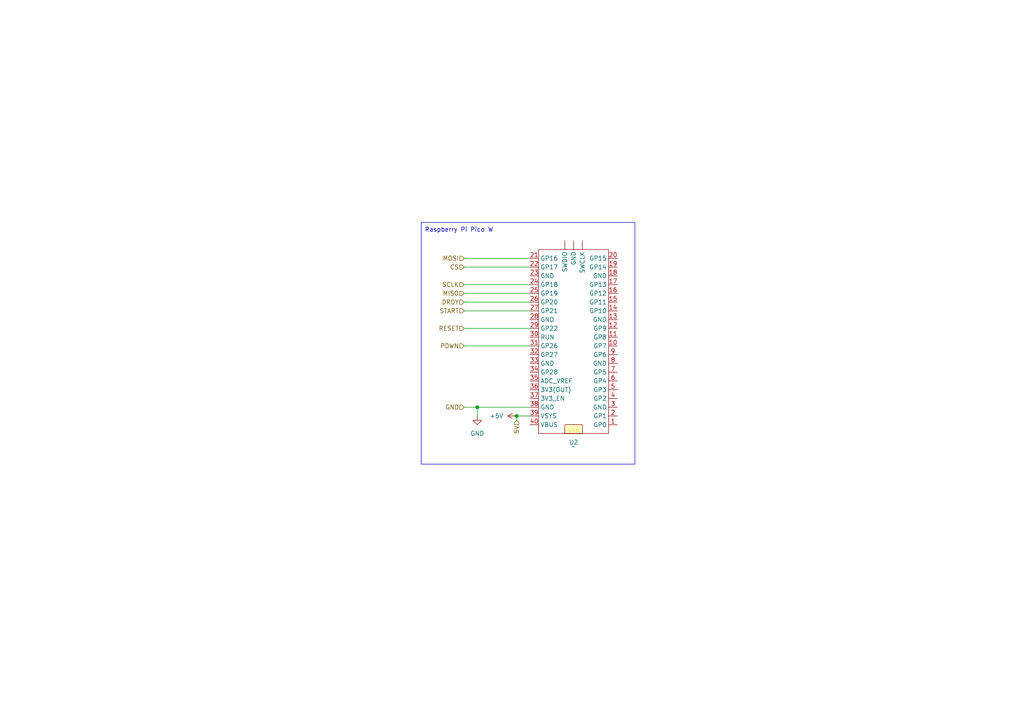
<source format=kicad_sch>
(kicad_sch (version 20231120) (generator "eeschema") (generator_version "8.0")
  (paper "A4")
  (lib_symbols
    (symbol "custom_lib:pi_pico"
      (property "Reference" "U" (at 0 0 0))
      (symbol "pi_pico_1_0"
        (pin passive line (at -12.7 -27.94 0) (length 2.54) (name "GP7") (number "10"))
        (pin passive line (at -12.7 -30.48 0) (length 2.54) (name "GP8") (number "11"))
        (pin passive line (at -12.7 -33.02 0) (length 2.54) (name "GP9") (number "12"))
        (pin passive line (at -12.7 -35.56 0) (length 2.54) (name "GND") (number "13"))
        (pin passive line (at -12.7 -38.1 0) (length 2.54) (name "GP10") (number "14"))
        (pin passive line (at -12.7 -40.64 0) (length 2.54) (name "GP11") (number "15"))
        (pin passive line (at -12.7 -43.18 0) (length 2.54) (name "GP12") (number "16"))
        (pin passive line (at -12.7 -45.72 0) (length 2.54) (name "GP13") (number "17"))
        (pin passive line (at -12.7 -48.26 0) (length 2.54) (name "GND") (number "18"))
        (pin passive line (at -12.7 -50.8 0) (length 2.54) (name "GP14") (number "19"))
        (pin passive line (at -12.7 -53.34 0) (length 2.54) (name "GP15") (number "20"))
        (pin passive line (at 12.7 -53.34 180) (length 2.54) (name "GP16") (number "21"))
        (pin passive line (at 12.7 -50.8 180) (length 2.54) (name "GP17") (number "22"))
        (pin passive line (at 12.7 -48.26 180) (length 2.54) (name "GND") (number "23"))
        (pin passive line (at 12.7 -45.72 180) (length 2.54) (name "GP18") (number "24"))
        (pin passive line (at 12.7 -43.18 180) (length 2.54) (name "GP19") (number "25"))
        (pin passive line (at 12.7 -40.64 180) (length 2.54) (name "GP20") (number "26"))
        (pin passive line (at 12.7 -38.1 180) (length 2.54) (name "GP21") (number "27"))
        (pin passive line (at 12.7 -35.56 180) (length 2.54) (name "GND") (number "28"))
        (pin passive line (at 12.7 -33.02 180) (length 2.54) (name "GP22") (number "29"))
        (pin passive line (at -12.7 -10.16 0) (length 2.54) (name "GND") (number "3"))
        (pin passive line (at 12.7 -30.48 180) (length 2.54) (name "RUN") (number "30"))
        (pin passive line (at 12.7 -27.94 180) (length 2.54) (name "GP26") (number "31"))
        (pin passive line (at 12.7 -25.4 180) (length 2.54) (name "GP27") (number "32"))
        (pin passive line (at 12.7 -22.86 180) (length 2.54) (name "GND") (number "33"))
        (pin passive line (at 12.7 -20.32 180) (length 2.54) (name "GP28") (number "34"))
        (pin passive line (at 12.7 -17.78 180) (length 2.54) (name "ADC_VREF") (number "35"))
        (pin power_out line (at 12.7 -15.24 180) (length 2.54) (name "3V3(OUT)") (number "36"))
        (pin passive line (at 12.7 -12.7 180) (length 2.54) (name "3V3_EN") (number "37"))
        (pin passive line (at 12.7 -10.16 180) (length 2.54) (name "GND") (number "38"))
        (pin passive line (at 12.7 -7.62 180) (length 2.54) (name "VSYS") (number "39"))
        (pin passive line (at -12.7 -12.7 0) (length 2.54) (name "GP2") (number "4"))
        (pin passive line (at -12.7 -15.24 0) (length 2.54) (name "GP3") (number "5"))
        (pin passive line (at -12.7 -17.78 0) (length 2.54) (name "GP4") (number "6"))
        (pin passive line (at -12.7 -20.32 0) (length 2.54) (name "GP5") (number "7"))
        (pin passive line (at -12.7 -22.86 0) (length 2.54) (name "GND") (number "8"))
        (pin passive line (at -12.7 -25.4 0) (length 2.54) (name "GP6") (number "9"))
      )
      (symbol "pi_pico_1_1"
        (rectangle (start -10.16 -2.54) (end 10.16 -55.88))
        (polyline (pts (xy 2.54 -2.54) (xy 2.54 -5.08) (xy -2.54 -5.08) (xy -2.54 -2.54) (xy 2.54 -2.54)) (fill (type background)))
        (text "usb" (at 0.0526 -3.6068 0) (effects (font (size 1.27 1.27))))
        (pin passive line (at 0 -58.42 90) (length 2.54) (name "GND") (number ""))
        (pin passive line (at -2.54 -58.42 90) (length 2.54) (name "SWCLK") (number ""))
        (pin passive line (at 2.54 -58.42 90) (length 2.54) (name "SWDIO") (number ""))
        (pin passive line (at -12.7 -5.08 0) (length 2.54) (name "GP0") (number "1"))
        (pin passive line (at -12.7 -7.62 0) (length 2.54) (name "GP1") (number "2"))
        (pin passive line (at 12.7 -5.08 180) (length 2.54) (name "VBUS") (number "40"))
      )
    )
    (symbol "power:+5V" (power) (pin_numbers hide) (pin_names (offset 0) hide)
      (property "Value" "+5V" (at 0 3.556 0))
      (symbol "+5V_0_1"
        (polyline (pts (xy -0.762 1.27) (xy 0 2.54)))
        (polyline (pts (xy 0 0) (xy 0 2.54)))
        (polyline (pts (xy 0 2.54) (xy 0.762 1.27)))
      )
      (symbol "+5V_1_1"
        (pin power_in line (at 0 0 90) (length 0) (name "~") (number "1"))
      )
    )
    (symbol "power:GND" (power) (pin_numbers hide) (pin_names (offset 0) hide)
      (property "Value" "GND" (at 0 -3.81 0))
      (symbol "GND_0_1"
        (polyline (pts (xy 0 0) (xy 0 -1.27) (xy 1.27 -1.27) (xy 0 -2.54) (xy -1.27 -1.27) (xy 0 -1.27)))
      )
      (symbol "GND_1_1"
        (pin power_in line (at 0 0 270) (length 0) (name "~") (number "1"))
      )
    )
  )
  (junction (at 138.43 118.11))
  (junction (at 149.86 120.65))
  (wire (pts (xy 134.62 87.63) (xy 153.67 87.63)))
  (wire (pts (xy 149.86 120.65) (xy 153.67 120.65)))
  (wire (pts (xy 134.62 100.33) (xy 153.67 100.33)))
  (wire (pts (xy 138.43 118.11) (xy 153.67 118.11)))
  (wire (pts (xy 134.62 82.55) (xy 153.67 82.55)))
  (wire (pts (xy 134.62 95.25) (xy 153.67 95.25)))
  (wire (pts (xy 134.62 77.47) (xy 153.67 77.47)))
  (wire (pts (xy 134.62 118.11) (xy 138.43 118.11)))
  (wire (pts (xy 134.62 74.93) (xy 153.67 74.93)))
  (wire (pts (xy 134.62 90.17) (xy 153.67 90.17)))
  (wire (pts (xy 149.86 121.92) (xy 149.86 120.65)))
  (wire (pts (xy 134.62 85.09) (xy 153.67 85.09)))
  (wire (pts (xy 138.43 118.11) (xy 138.43 120.65)))
  (rectangle (start 122.174 64.516) (end 184.15 134.62))
  (text "Raspberry Pi Pico W" (at 123.19 66.04 0) (effects (font (size 1.27 1.27)) (justify left top)))
  (hierarchical_label "CS" (shape input) (at 134.62 77.47 180))
  (hierarchical_label "5V" (shape input) (at 149.86 121.92 270))
  (hierarchical_label "SCLK" (shape input) (at 134.62 82.55 180))
  (hierarchical_label "RESET" (shape input) (at 134.62 95.25 180))
  (hierarchical_label "MOSI" (shape input) (at 134.62 74.93 180))
  (hierarchical_label "DRDY" (shape input) (at 134.62 87.63 180))
  (hierarchical_label "GND" (shape input) (at 134.62 118.11 180))
  (hierarchical_label "PDWN" (shape input) (at 134.62 100.33 180))
  (hierarchical_label "START" (shape input) (at 134.62 90.17 180))
  (hierarchical_label "MISO" (shape input) (at 134.62 85.09 180))
  (symbol (lib_id "custom_lib:pi_pico") (at 166.37 128.27 180) (unit 1)
    (property "Reference" "U2" (at 166.37 128.27 0))
    (property "Value" "~" (at 166.37 129.54 0))
    (property "Footprint" "Library:Raspberry_pi_pico" (effects (hide yes)))
  )
  (symbol (lib_id "power:GND") (at 138.43 120.65 0) (unit 1)
    (property "Reference" "#PWR050" (effects (hide yes)))
    (property "Value" "GND" (at 138.43 125.73 0))
    (property "Description" "Power symbol creates a global label with name \"GND\" , ground" (effects (hide yes)))
  )
  (symbol (lib_id "power:+5V") (at 149.86 120.65 90) (unit 1)
    (property "Reference" "#PWR049" (effects (hide yes)))
    (property "Value" "+5V" (at 146.05 120.6499 90) (effects (justify left)))
    (property "Description" "Power symbol creates a global label with name \"+5V\"" (effects (hide yes)))
  )
)
</source>
